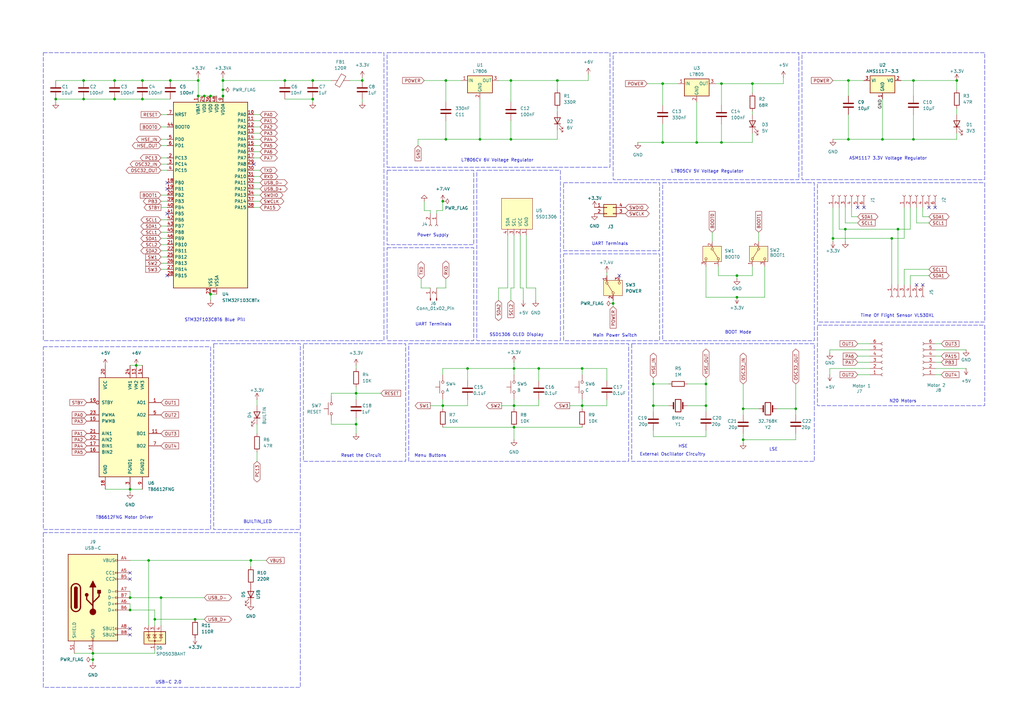
<source format=kicad_sch>
(kicad_sch (version 20231120) (generator "eeschema") (generator_version "8.0")
  (paper "A3")
  (title_block (title "Micromouse Car") (date "2024-08-27") (company "Mazerunners"))
  (junction (at 238.76 166.37))
  (junction (at 196.85 57.15))
  (junction (at 102.87 229.87))
  (junction (at 228.6 33.02))
  (junction (at 341.63 97.79))
  (junction (at 116.84 33.02))
  (junction (at 271.78 58.42))
  (junction (at 66.04 245.11))
  (junction (at 347.98 57.15))
  (junction (at 346.71 93.98))
  (junction (at 347.98 33.02))
  (junction (at 58.42 33.02))
  (junction (at 271.78 34.29))
  (junction (at 210.82 175.26))
  (junction (at 267.97 157.48))
  (junction (at 34.29 40.64))
  (junction (at 80.01 254))
  (junction (at 295.91 58.42))
  (junction (at 209.55 33.02))
  (junction (at 148.59 33.02))
  (junction (at 34.29 33.02))
  (junction (at 91.44 36.83))
  (junction (at 289.56 157.48))
  (junction (at 326.39 167.64))
  (junction (at 238.76 151.13))
  (junction (at 181.61 166.37))
  (junction (at 267.97 166.37))
  (junction (at 86.36 39.37))
  (junction (at 361.95 57.15))
  (junction (at 38.1 267.97))
  (junction (at 91.44 33.02))
  (junction (at 53.34 250.19))
  (junction (at 304.8 167.64))
  (junction (at 374.65 57.15))
  (junction (at 69.85 33.02))
  (junction (at 128.27 40.64))
  (junction (at 46.99 33.02))
  (junction (at 146.05 161.29))
  (junction (at 374.65 33.02))
  (junction (at 285.75 58.42))
  (junction (at 81.28 39.37))
  (junction (at 53.34 245.11))
  (junction (at 365.76 97.79))
  (junction (at 210.82 151.13))
  (junction (at 22.86 40.64))
  (junction (at 220.98 151.13))
  (junction (at 368.3 93.98))
  (junction (at 128.27 33.02))
  (junction (at 55.88 149.86))
  (junction (at 46.99 40.64))
  (junction (at 295.91 34.29))
  (junction (at 191.77 151.13))
  (junction (at 392.43 33.02))
  (junction (at 58.42 40.64))
  (junction (at 210.82 166.37))
  (junction (at 304.8 180.34))
  (junction (at 181.61 82.55))
  (junction (at 91.44 39.37))
  (junction (at 53.34 200.66))
  (junction (at 83.82 39.37))
  (junction (at 63.5 254))
  (junction (at 146.05 173.99))
  (junction (at 209.55 57.15))
  (junction (at 251.46 124.46))
  (junction (at 182.88 33.02))
  (junction (at 302.26 121.92))
  (junction (at 81.28 33.02))
  (junction (at 289.56 166.37))
  (junction (at 308.61 34.29))
  (junction (at 302.26 113.03))
  (junction (at 182.88 57.15))
  (junction (at 60.96 229.87))
  (junction (at 38.1 270.51))
  (junction (at 86.36 120.65))
  (no_connect (at 375.92 116.84))
  (no_connect (at 351.79 85.09))
  (no_connect (at 254 113.03))
  (no_connect (at 68.58 77.47))
  (no_connect (at 68.58 87.63))
  (no_connect (at 53.34 234.95))
  (no_connect (at 53.34 237.49))
  (no_connect (at 53.34 260.35))
  (no_connect (at 354.33 85.09))
  (no_connect (at 53.34 257.81))
  (no_connect (at 104.14 67.31))
  (no_connect (at 68.58 113.03))
  (no_connect (at 68.58 74.93))
  (no_connect (at 383.54 85.09))
  (no_connect (at 378.46 116.84))
  (no_connect (at 381 85.09))
  (wire (pts (xy 210.82 151.13) (xy 210.82 153.67)))
  (wire (pts (xy 308.61 54.61) (xy 308.61 58.42)))
  (wire (pts (xy 340.36 143.51) (xy 356.87 143.51)))
  (wire (pts (xy 347.98 33.02) (xy 347.98 39.37)))
  (wire (pts (xy 135.89 161.29) (xy 146.05 161.29)))
  (wire (pts (xy 214.63 118.11) (xy 214.63 123.19)))
  (wire (pts (xy 46.99 33.02) (xy 58.42 33.02)))
  (wire (pts (xy 63.5 250.19) (xy 53.34 250.19)))
  (wire (pts (xy 326.39 177.8) (xy 326.39 180.34)))
  (wire (pts (xy 248.92 163.83) (xy 248.92 166.37)))
  (wire (pts (xy 295.91 34.29) (xy 308.61 34.29)))
  (wire (pts (xy 361.95 40.64) (xy 361.95 57.15)))
  (wire (pts (xy 66.04 245.11) (xy 53.34 245.11)))
  (wire (pts (xy 271.78 58.42) (xy 285.75 58.42)))
  (wire (pts (xy 46.99 40.64) (xy 58.42 40.64)))
  (wire (pts (xy 106.68 85.09) (xy 104.14 85.09)))
  (wire (pts (xy 53.34 201.93) (xy 53.34 200.66)))
  (wire (pts (xy 295.91 34.29) (xy 295.91 43.18)))
  (wire (pts (xy 356.87 140.97) (xy 351.79 140.97)))
  (wire (pts (xy 238.76 166.37) (xy 233.68 166.37)))
  (wire (pts (xy 105.41 166.37) (xy 105.41 163.83)))
  (wire (pts (xy 60.96 229.87) (xy 102.87 229.87)))
  (wire (pts (xy 66.04 245.11) (xy 83.82 245.11)))
  (wire (pts (xy 241.3 30.48) (xy 241.3 33.02)))
  (wire (pts (xy 304.8 167.64) (xy 311.15 167.64)))
  (wire (pts (xy 66.04 59.69) (xy 68.58 59.69)))
  (wire (pts (xy 374.65 57.15) (xy 392.43 57.15)))
  (wire (pts (xy 22.86 33.02) (xy 34.29 33.02)))
  (wire (pts (xy 181.61 175.26) (xy 210.82 175.26)))
  (wire (pts (xy 91.44 31.75) (xy 91.44 33.02)))
  (wire (pts (xy 285.75 41.91) (xy 285.75 58.42)))
  (wire (pts (xy 204.47 118.11) (xy 204.47 123.19)))
  (wire (pts (xy 344.17 85.09) (xy 344.17 93.98)))
  (wire (pts (xy 347.98 57.15) (xy 361.95 57.15)))
  (wire (pts (xy 392.43 36.83) (xy 392.43 33.02)))
  (wire (pts (xy 148.59 41.91) (xy 148.59 40.64)))
  (wire (pts (xy 374.65 33.02) (xy 369.57 33.02)))
  (wire (pts (xy 340.36 151.13) (xy 356.87 151.13)))
  (wire (pts (xy 321.31 34.29) (xy 308.61 34.29)))
  (wire (pts (xy 220.98 151.13) (xy 238.76 151.13)))
  (wire (pts (xy 63.5 254) (xy 80.01 254)))
  (wire (pts (xy 60.96 229.87) (xy 60.96 256.54)))
  (wire (pts (xy 304.8 167.64) (xy 304.8 170.18)))
  (wire (pts (xy 106.68 59.69) (xy 104.14 59.69)))
  (wire (pts (xy 271.78 34.29) (xy 271.78 43.18)))
  (wire (pts (xy 181.61 151.13) (xy 191.77 151.13)))
  (wire (pts (xy 30.48 267.97) (xy 38.1 267.97)))
  (wire (pts (xy 53.34 250.19) (xy 53.34 247.65)))
  (wire (pts (xy 341.63 33.02) (xy 347.98 33.02)))
  (wire (pts (xy 86.36 39.37) (xy 88.9 39.37)))
  (wire (pts (xy 267.97 179.07) (xy 289.56 179.07)))
  (wire (pts (xy 63.5 250.19) (xy 63.5 254)))
  (wire (pts (xy 66.04 46.99) (xy 68.58 46.99)))
  (wire (pts (xy 182.88 33.02) (xy 182.88 41.91)))
  (wire (pts (xy 248.92 111.76) (xy 248.92 113.03)))
  (wire (pts (xy 38.1 267.97) (xy 63.5 267.97)))
  (wire (pts (xy 281.94 166.37) (xy 289.56 166.37)))
  (wire (pts (xy 228.6 57.15) (xy 228.6 53.34)))
  (wire (pts (xy 106.68 46.99) (xy 104.14 46.99)))
  (wire (pts (xy 81.28 41.91) (xy 88.9 41.91)))
  (wire (pts (xy 271.78 50.8) (xy 271.78 58.42)))
  (wire (pts (xy 308.61 113.03) (xy 308.61 109.22)))
  (wire (pts (xy 308.61 34.29) (xy 308.61 38.1)))
  (wire (pts (xy 228.6 44.45) (xy 228.6 45.72)))
  (wire (pts (xy 128.27 40.64) (xy 116.84 40.64)))
  (wire (pts (xy 91.44 33.02) (xy 116.84 33.02)))
  (wire (pts (xy 381 113.03) (xy 373.38 113.03)))
  (wire (pts (xy 220.98 151.13) (xy 220.98 156.21)))
  (wire (pts (xy 261.62 58.42) (xy 271.78 58.42)))
  (wire (pts (xy 365.76 97.79) (xy 365.76 116.84)))
  (wire (pts (xy 66.04 64.77) (xy 68.58 64.77)))
  (wire (pts (xy 209.55 118.11) (xy 209.55 123.19)))
  (wire (pts (xy 38.1 271.78) (xy 38.1 270.51)))
  (wire (pts (xy 172.72 114.3) (xy 172.72 118.11)))
  (wire (pts (xy 81.28 33.02) (xy 81.28 31.75)))
  (wire (pts (xy 248.92 151.13) (xy 248.92 156.21)))
  (wire (pts (xy 58.42 40.64) (xy 69.85 40.64)))
  (wire (pts (xy 66.04 105.41) (xy 68.58 105.41)))
  (wire (pts (xy 86.36 120.65) (xy 88.9 120.65)))
  (wire (pts (xy 347.98 33.02) (xy 354.33 33.02)))
  (wire (pts (xy 66.04 67.31) (xy 68.58 67.31)))
  (wire (pts (xy 81.28 39.37) (xy 81.28 41.91)))
  (wire (pts (xy 66.04 85.09) (xy 68.58 85.09)))
  (wire (pts (xy 238.76 151.13) (xy 248.92 151.13)))
  (wire (pts (xy 293.37 34.29) (xy 295.91 34.29)))
  (wire (pts (xy 66.04 97.79) (xy 68.58 97.79)))
  (wire (pts (xy 182.88 57.15) (xy 196.85 57.15)))
  (wire (pts (xy 210.82 167.64) (xy 210.82 166.37)))
  (wire (pts (xy 106.68 77.47) (xy 104.14 77.47)))
  (wire (pts (xy 191.77 166.37) (xy 181.61 166.37)))
  (wire (pts (xy 383.54 140.97) (xy 386.08 140.97)))
  (wire (pts (xy 378.46 88.9) (xy 378.46 85.09)))
  (wire (pts (xy 173.99 33.02) (xy 182.88 33.02)))
  (wire (pts (xy 375.92 91.44) (xy 375.92 85.09)))
  (wire (pts (xy 43.18 200.66) (xy 53.34 200.66)))
  (wire (pts (xy 267.97 166.37) (xy 267.97 168.91)))
  (wire (pts (xy 289.56 157.48) (xy 289.56 166.37)))
  (wire (pts (xy 210.82 151.13) (xy 220.98 151.13)))
  (wire (pts (xy 181.61 167.64) (xy 181.61 166.37)))
  (wire (pts (xy 383.54 153.67) (xy 386.08 153.67)))
  (wire (pts (xy 294.64 113.03) (xy 294.64 109.22)))
  (wire (pts (xy 365.76 97.79) (xy 370.84 97.79)))
  (wire (pts (xy 182.88 33.02) (xy 189.23 33.02)))
  (wire (pts (xy 214.63 118.11) (xy 213.36 118.11)))
  (wire (pts (xy 210.82 118.11) (xy 210.82 96.52)))
  (wire (pts (xy 66.04 107.95) (xy 68.58 107.95)))
  (wire (pts (xy 285.75 58.42) (xy 295.91 58.42)))
  (wire (pts (xy 219.71 118.11) (xy 219.71 123.19)))
  (wire (pts (xy 66.04 110.49) (xy 68.58 110.49)))
  (wire (pts (xy 181.61 151.13) (xy 181.61 153.67)))
  (wire (pts (xy 374.65 46.99) (xy 374.65 57.15)))
  (wire (pts (xy 356.87 148.59) (xy 351.79 148.59)))
  (wire (pts (xy 215.9 118.11) (xy 215.9 96.52)))
  (wire (pts (xy 311.15 95.25) (xy 311.15 99.06)))
  (wire (pts (xy 91.44 36.83) (xy 91.44 39.37)))
  (wire (pts (xy 128.27 33.02) (xy 135.89 33.02)))
  (wire (pts (xy 91.44 39.37) (xy 91.44 41.91)))
  (wire (pts (xy 66.04 57.15) (xy 68.58 57.15)))
  (wire (pts (xy 281.94 157.48) (xy 289.56 157.48)))
  (wire (pts (xy 106.68 57.15) (xy 104.14 57.15)))
  (wire (pts (xy 91.44 33.02) (xy 91.44 36.83)))
  (wire (pts (xy 182.88 114.3) (xy 182.88 118.11)))
  (wire (pts (xy 66.04 92.71) (xy 68.58 92.71)))
  (wire (pts (xy 135.89 173.99) (xy 146.05 173.99)))
  (wire (pts (xy 191.77 151.13) (xy 191.77 156.21)))
  (wire (pts (xy 53.34 200.66) (xy 58.42 200.66)))
  (wire (pts (xy 208.28 118.11) (xy 208.28 96.52)))
  (wire (pts (xy 292.1 95.25) (xy 292.1 99.06)))
  (wire (pts (xy 106.68 82.55) (xy 104.14 82.55)))
  (wire (pts (xy 304.8 180.34) (xy 326.39 180.34)))
  (wire (pts (xy 181.61 163.83) (xy 181.61 166.37)))
  (wire (pts (xy 106.68 49.53) (xy 104.14 49.53)))
  (wire (pts (xy 146.05 158.75) (xy 146.05 161.29)))
  (wire (pts (xy 381 88.9) (xy 378.46 88.9)))
  (wire (pts (xy 34.29 40.64) (xy 46.99 40.64)))
  (wire (pts (xy 176.53 86.36) (xy 176.53 87.63)))
  (wire (pts (xy 173.99 82.55) (xy 173.99 86.36)))
  (wire (pts (xy 148.59 31.75) (xy 148.59 33.02)))
  (wire (pts (xy 346.71 93.98) (xy 368.3 93.98)))
  (wire (pts (xy 209.55 33.02) (xy 209.55 41.91)))
  (wire (pts (xy 289.56 109.22) (xy 289.56 121.92)))
  (wire (pts (xy 368.3 93.98) (xy 373.38 93.98)))
  (wire (pts (xy 173.99 86.36) (xy 176.53 86.36)))
  (wire (pts (xy 326.39 167.64) (xy 326.39 170.18)))
  (wire (pts (xy 66.04 90.17) (xy 68.58 90.17)))
  (wire (pts (xy 356.87 146.05) (xy 351.79 146.05)))
  (wire (pts (xy 146.05 161.29) (xy 146.05 163.83)))
  (wire (pts (xy 383.54 143.51) (xy 396.24 143.51)))
  (wire (pts (xy 63.5 267.97) (xy 63.5 266.7)))
  (wire (pts (xy 106.68 80.01) (xy 104.14 80.01)))
  (wire (pts (xy 156.21 161.29) (xy 146.05 161.29)))
  (wire (pts (xy 341.63 97.79) (xy 341.63 99.06)))
  (wire (pts (xy 191.77 151.13) (xy 210.82 151.13)))
  (wire (pts (xy 341.63 57.15) (xy 347.98 57.15)))
  (wire (pts (xy 248.92 166.37) (xy 238.76 166.37)))
  (wire (pts (xy 106.68 64.77) (xy 104.14 64.77)))
  (wire (pts (xy 228.6 33.02) (xy 228.6 36.83)))
  (wire (pts (xy 295.91 50.8) (xy 295.91 58.42)))
  (wire (pts (xy 340.36 144.78) (xy 340.36 143.51)))
  (wire (pts (xy 66.04 95.25) (xy 68.58 95.25)))
  (wire (pts (xy 210.82 175.26) (xy 238.76 175.26)))
  (wire (pts (xy 102.87 232.41) (xy 102.87 229.87)))
  (wire (pts (xy 106.68 72.39) (xy 104.14 72.39)))
  (wire (pts (xy 81.28 33.02) (xy 81.28 39.37)))
  (wire (pts (xy 370.84 85.09) (xy 370.84 97.79)))
  (wire (pts (xy 304.8 181.61) (xy 304.8 180.34)))
  (wire (pts (xy 204.47 118.11) (xy 208.28 118.11)))
  (wire (pts (xy 60.96 229.87) (xy 53.34 229.87)))
  (wire (pts (xy 179.07 86.36) (xy 179.07 87.63)))
  (wire (pts (xy 209.55 57.15) (xy 228.6 57.15)))
  (wire (pts (xy 383.54 151.13) (xy 396.24 151.13)))
  (wire (pts (xy 209.55 49.53) (xy 209.55 57.15)))
  (wire (pts (xy 238.76 167.64) (xy 238.76 166.37)))
  (wire (pts (xy 220.98 163.83) (xy 220.98 166.37)))
  (wire (pts (xy 373.38 85.09) (xy 373.38 93.98)))
  (wire (pts (xy 340.36 151.13) (xy 340.36 153.67)))
  (wire (pts (xy 172.72 118.11) (xy 176.53 118.11)))
  (wire (pts (xy 289.56 176.53) (xy 289.56 179.07)))
  (wire (pts (xy 373.38 113.03) (xy 373.38 116.84)))
  (wire (pts (xy 191.77 163.83) (xy 191.77 166.37)))
  (wire (pts (xy 374.65 57.15) (xy 361.95 57.15)))
  (wire (pts (xy 143.51 33.02) (xy 148.59 33.02)))
  (wire (pts (xy 135.89 173.99) (xy 135.89 172.72)))
  (wire (pts (xy 66.04 52.07) (xy 68.58 52.07)))
  (wire (pts (xy 383.54 148.59) (xy 386.08 148.59)))
  (wire (pts (xy 238.76 163.83) (xy 238.76 166.37)))
  (wire (pts (xy 238.76 151.13) (xy 238.76 153.67)))
  (wire (pts (xy 392.43 46.99) (xy 392.43 44.45)))
  (wire (pts (xy 22.86 41.91) (xy 22.86 40.64)))
  (wire (pts (xy 219.71 118.11) (xy 215.9 118.11)))
  (wire (pts (xy 81.28 39.37) (xy 83.82 39.37)))
  (wire (pts (xy 102.87 229.87) (xy 109.22 229.87)))
  (wire (pts (xy 105.41 177.8) (xy 105.41 173.99)))
  (wire (pts (xy 55.88 149.86) (xy 58.42 149.86)))
  (wire (pts (xy 346.71 93.98) (xy 346.71 99.06)))
  (wire (pts (xy 128.27 33.02) (xy 116.84 33.02)))
  (wire (pts (xy 105.41 189.23) (xy 105.41 185.42)))
  (wire (pts (xy 302.26 113.03) (xy 308.61 113.03)))
  (wire (pts (xy 344.17 93.98) (xy 346.71 93.98)))
  (wire (pts (xy 267.97 157.48) (xy 267.97 166.37)))
  (wire (pts (xy 182.88 118.11) (xy 179.07 118.11)))
  (wire (pts (xy 86.36 123.19) (xy 86.36 120.65)))
  (wire (pts (xy 220.98 166.37) (xy 210.82 166.37)))
  (wire (pts (xy 34.29 33.02) (xy 46.99 33.02)))
  (wire (pts (xy 66.04 69.85) (xy 68.58 69.85)))
  (wire (pts (xy 66.04 102.87) (xy 68.58 102.87)))
  (wire (pts (xy 351.79 88.9) (xy 349.25 88.9)))
  (wire (pts (xy 271.78 34.29) (xy 278.13 34.29)))
  (wire (pts (xy 313.69 121.92) (xy 313.69 109.22)))
  (wire (pts (xy 146.05 149.86) (xy 146.05 151.13)))
  (wire (pts (xy 66.04 82.55) (xy 68.58 82.55)))
  (wire (pts (xy 196.85 57.15) (xy 209.55 57.15)))
  (wire (pts (xy 341.63 85.09) (xy 341.63 97.79)))
  (wire (pts (xy 251.46 123.19) (xy 251.46 124.46)))
  (wire (pts (xy 209.55 33.02) (xy 228.6 33.02)))
  (wire (pts (xy 351.79 91.44) (xy 346.71 91.44)))
  (wire (pts (xy 210.82 163.83) (xy 210.82 166.37)))
  (wire (pts (xy 289.56 154.94) (xy 289.56 157.48)))
  (wire (pts (xy 181.61 166.37) (xy 176.53 166.37)))
  (wire (pts (xy 66.04 100.33) (xy 68.58 100.33)))
  (wire (pts (xy 106.68 62.23) (xy 104.14 62.23)))
  (wire (pts (xy 66.04 245.11) (xy 66.04 256.54)))
  (wire (pts (xy 347.98 46.99) (xy 347.98 57.15)))
  (wire (pts (xy 267.97 176.53) (xy 267.97 179.07)))
  (wire (pts (xy 265.43 34.29) (xy 271.78 34.29)))
  (wire (pts (xy 346.71 91.44) (xy 346.71 85.09)))
  (wire (pts (xy 106.68 74.93) (xy 104.14 74.93)))
  (wire (pts (xy 22.86 40.64) (xy 34.29 40.64)))
  (wire (pts (xy 181.61 86.36) (xy 179.07 86.36)))
  (wire (pts (xy 308.61 45.72) (xy 308.61 46.99)))
  (wire (pts (xy 321.31 31.75) (xy 321.31 34.29)))
  (wire (pts (xy 210.82 148.59) (xy 210.82 151.13)))
  (wire (pts (xy 128.27 41.91) (xy 128.27 40.64)))
  (wire (pts (xy 106.68 52.07) (xy 104.14 52.07)))
  (wire (pts (xy 374.65 33.02) (xy 392.43 33.02)))
  (wire (pts (xy 181.61 82.55) (xy 181.61 86.36)))
  (wire (pts (xy 251.46 124.46) (xy 251.46 125.73)))
  (wire (pts (xy 302.26 114.3) (xy 302.26 113.03)))
  (wire (pts (xy 383.54 146.05) (xy 386.08 146.05)))
  (wire (pts (xy 53.34 245.11) (xy 53.34 242.57)))
  (wire (pts (xy 302.26 121.92) (xy 313.69 121.92)))
  (wire (pts (xy 171.45 59.69) (xy 171.45 57.15)))
  (wire (pts (xy 381 110.49) (xy 370.84 110.49)))
  (wire (pts (xy 106.68 54.61) (xy 104.14 54.61)))
  (wire (pts (xy 295.91 58.42) (xy 308.61 58.42)))
  (wire (pts (xy 81.28 33.02) (xy 69.85 33.02)))
  (wire (pts (xy 80.01 254) (xy 83.82 254)))
  (wire (pts (xy 38.1 270.51) (xy 38.1 267.97)))
  (wire (pts (xy 304.8 157.48) (xy 304.8 167.64)))
  (wire (pts (xy 356.87 153.67) (xy 351.79 153.67)))
  (wire (pts (xy 182.88 57.15) (xy 171.45 57.15)))
  (wire (pts (xy 66.04 80.01) (xy 68.58 80.01)))
  (wire (pts (xy 341.63 97.79) (xy 365.76 97.79)))
  (wire (pts (xy 209.55 118.11) (xy 210.82 118.11)))
  (wire (pts (xy 213.36 118.11) (xy 213.36 96.52)))
  (wire (pts (xy 106.68 69.85) (xy 104.14 69.85)))
  (wire (pts (xy 53.34 149.86) (xy 55.88 149.86)))
  (wire (pts (xy 182.88 49.53) (xy 182.88 57.15)))
  (wire (pts (xy 318.77 167.64) (xy 326.39 167.64)))
  (wire (pts (xy 374.65 33.02) (xy 374.65 39.37)))
  (wire (pts (xy 58.42 33.02) (xy 69.85 33.02)))
  (wire (pts (xy 146.05 177.8) (xy 146.05 173.99)))
  (wire (pts (xy 392.43 57.15) (xy 392.43 54.61)))
  (wire (pts (xy 210.82 166.37) (xy 205.74 166.37)))
  (wire (pts (xy 289.56 166.37) (xy 289.56 168.91)))
  (wire (pts (xy 289.56 121.92) (xy 302.26 121.92)))
  (wire (pts (xy 294.64 113.03) (xy 302.26 113.03)))
  (wire (pts (xy 304.8 177.8) (xy 304.8 180.34)))
  (wire (pts (xy 146.05 171.45) (xy 146.05 173.99)))
  (wire (pts (xy 63.5 254) (xy 63.5 256.54)))
  (wire (pts (xy 135.89 161.29) (xy 135.89 162.56)))
  (wire (pts (xy 326.39 157.48) (xy 326.39 167.64)))
  (wire (pts (xy 241.3 33.02) (xy 228.6 33.02)))
  (wire (pts (xy 368.3 93.98) (xy 368.3 116.84)))
  (wire (pts (xy 210.82 175.26) (xy 210.82 180.34)))
  (wire (pts (xy 274.32 157.48) (xy 267.97 157.48)))
  (wire (pts (xy 196.85 40.64) (xy 196.85 57.15)))
  (wire (pts (xy 204.47 33.02) (xy 209.55 33.02)))
  (wire (pts (xy 370.84 110.49) (xy 370.84 116.84)))
  (wire (pts (xy 267.97 166.37) (xy 274.32 166.37)))
  (wire (pts (xy 267.97 154.94) (xy 267.97 157.48)))
  (wire (pts (xy 381 91.44) (xy 375.92 91.44)))
  (wire (pts (xy 83.82 39.37) (xy 86.36 39.37)))
  (wire (pts (xy 349.25 88.9) (xy 349.25 85.09)))
  (rectangle (start 335.28 74.93) (end 403.86 132.08) (stroke (width 0) (type dash)))
  (rectangle (start 167.64 140.97) (end 257.81 189.23) (stroke (width 0) (type dash)))
  (rectangle (start 328.93 21.59) (end 403.86 73.66) (stroke (width 0) (type dash)))
  (rectangle (start 17.78 21.59) (end 157.48 139.7) (stroke (width 0) (type dash)))
  (rectangle (start 158.75 101.6) (end 194.31 139.7) (stroke (width 0) (type dash)))
  (rectangle (start 231.14 104.14) (end 270.51 139.7) (stroke (width 0) (type dash)))
  (rectangle (start 271.78 74.93) (end 334.01 139.7) (stroke (width 0) (type dash)))
  (rectangle (start 87.63 140.97) (end 123.19 217.17) (stroke (width 0) (type dash)))
  (rectangle (start 158.75 21.59) (end 250.19 68.58) (stroke (width 0) (type dash)))
  (rectangle (start 259.08 140.97) (end 334.01 189.23) (stroke (width 0) (type dash)))
  (rectangle (start 251.46 21.59) (end 327.66 73.66) (stroke (width 0) (type dash)))
  (rectangle (start 195.58 69.85) (end 229.87 139.7) (stroke (width 0) (type dash)))
  (rectangle (start 124.46 140.97) (end 166.37 189.23) (stroke (width 0) (type dash)))
  (rectangle (start 335.28 133.35) (end 403.86 166.37) (stroke (width 0) (type dash)))
  (rectangle (start 17.78 142.24) (end 86.36 217.17) (stroke (width 0) (type dash)))
  (rectangle (start 158.75 69.85) (end 194.31 100.33) (stroke (width 0) (type dash)))
  (rectangle (start 17.78 218.44) (end 123.19 281.94) (stroke (width 0) (type dash)))
  (rectangle (start 231.14 74.93) (end 270.51 102.87) (stroke (width 0) (type dash)))
  (text "Main Power Switch\n" (at 252.222 137.668 0) (effects (font (size 1.27 1.27))))
  (text "Menu Buttons" (at 176.53 186.944 0) (effects (font (size 1.27 1.27))))
  (text "Time Of Flight Sensor VL530XL\n" (at 368.046 129.54 0) (effects (font (size 1.27 1.27))))
  (text "SSD1306 OLED Display\n" (at 211.836 137.414 0) (effects (font (size 1.27 1.27))))
  (text "UART Terminals\n" (at 177.8 133.096 0) (effects (font (size 1.27 1.27))))
  (text "ASM1117 3.3V Voltage Regulator" (at 364.236 65.024 0) (effects (font (size 1.27 1.27))))
  (text "Power Supply " (at 178.054 96.52 0) (effects (font (size 1.27 1.27))))
  (text "LSE\n" (at 317.246 184.404 0) (effects (font (size 1.27 1.27))))
  (text "UART Terminals\n" (at 250.19 100.076 0) (effects (font (size 1.27 1.27))))
  (text "USB-C 2.0" (at 69.088 279.908 0) (effects (font (size 1.27 1.27))))
  (text "STM32F103C8T6 Blue Pill" (exclude_from_sim yes) (at 88.138 131.318 0) (effects (font (size 1.27 1.27))))
  (text "External Oscillator Circuitry" (at 275.844 186.436 0) (effects (font (size 1.27 1.27))))
  (text "BUILTIN_LED\n" (at 105.664 214.122 0) (effects (font (size 1.27 1.27))))
  (text "Reset the Circuit\n" (at 148.082 186.944 0) (effects (font (size 1.27 1.27))))
  (text "L7806CV 6V Voltage Regulator" (at 203.962 65.786 0) (effects (font (size 1.27 1.27))))
  (text "TB6612FNG Motor Driver\n" (at 51.054 212.344 0) (effects (font (size 1.27 1.27))))
  (text "HSE" (at 280.162 183.134 0) (effects (font (size 1.27 1.27))))
  (text "N20 Motors" (at 370.332 164.592 0) (effects (font (size 1.27 1.27))))
  (text "BOOT Mode" (at 302.768 136.398 0) (effects (font (size 1.27 1.27))))
  (text "L7805CV 5V Voltage Regulator" (at 290.068 70.358 0) (effects (font (size 1.27 1.27))))
  (label "GND" (at 361.95 40.64 270))
  (global_label "OSC32_IN" (shape bidirectional) (at 304.8 157.48 90) (property "Intersheetrefs" "${INTERSHEET_REFS}" (effects (hide yes))))
  (global_label "HSE_OUT" (shape bidirectional) (at 66.04 59.69 180) (property "Intersheetrefs" "${INTERSHEET_REFS}" (effects (hide yes))))
  (global_label "SW3" (shape output) (at 233.68 166.37 180) (property "Intersheetrefs" "${INTERSHEET_REFS}" (effects (hide yes))))
  (global_label "PA2" (shape input) (at 35.56 180.34 180) (property "Intersheetrefs" "${INTERSHEET_REFS}" (effects (hide yes))))
  (global_label "PA1" (shape bidirectional) (at 106.68 49.53 0) (property "Intersheetrefs" "${INTERSHEET_REFS}" (effects (hide yes))))
  (global_label "PA15" (shape bidirectional) (at 106.68 85.09 0) (property "Intersheetrefs" "${INTERSHEET_REFS}" (effects (hide yes))))
  (global_label "PA4" (shape bidirectional) (at 106.68 57.15 0) (property "Intersheetrefs" "${INTERSHEET_REFS}" (effects (hide yes))))
  (global_label "USB_D+" (shape bidirectional) (at 83.82 254 0) (property "Intersheetrefs" "${INTERSHEET_REFS}" (effects (hide yes))))
  (global_label "OUT2" (shape input) (at 351.79 153.67 180) (property "Intersheetrefs" "${INTERSHEET_REFS}" (effects (hide yes))))
  (global_label "SCL1" (shape bidirectional) (at 66.04 95.25 180) (property "Intersheetrefs" "${INTERSHEET_REFS}" (effects (hide yes))))
  (global_label "OSC32_OUT" (shape bidirectional) (at 66.04 69.85 180) (property "Intersheetrefs" "${INTERSHEET_REFS}" (effects (hide yes))))
  (global_label "SCL1" (shape input) (at 351.79 91.44 0) (property "Intersheetrefs" "${INTERSHEET_REFS}" (effects (hide yes))))
  (global_label "PA0" (shape bidirectional) (at 106.68 46.99 0) (property "Intersheetrefs" "${INTERSHEET_REFS}" (effects (hide yes))))
  (global_label "SW1" (shape output) (at 176.53 166.37 180) (property "Intersheetrefs" "${INTERSHEET_REFS}" (effects (hide yes))))
  (global_label "SWCLK" (shape bidirectional) (at 106.68 82.55 0) (property "Intersheetrefs" "${INTERSHEET_REFS}" (effects (hide yes))))
  (global_label "RESET" (shape input) (at 66.04 46.99 180) (property "Intersheetrefs" "${INTERSHEET_REFS}" (effects (hide yes))))
  (global_label "POWER" (shape input) (at 265.43 34.29 180) (property "Intersheetrefs" "${INTERSHEET_REFS}" (effects (hide yes))))
  (global_label "SCL1" (shape input) (at 381 110.49 0) (property "Intersheetrefs" "${INTERSHEET_REFS}" (effects (hide yes))))
  (global_label "PA3" (shape input) (at 35.56 172.72 180) (property "Intersheetrefs" "${INTERSHEET_REFS}" (effects (hide yes))))
  (global_label "SW3" (shape input) (at 66.04 110.49 180) (property "Intersheetrefs" "${INTERSHEET_REFS}" (effects (hide yes))))
  (global_label "SCL1" (shape bidirectional) (at 66.04 90.17 180) (property "Intersheetrefs" "${INTERSHEET_REFS}" (effects (hide yes))))
  (global_label "USB_D+" (shape bidirectional) (at 106.68 77.47 0) (property "Intersheetrefs" "${INTERSHEET_REFS}" (effects (hide yes))))
  (global_label "HSE_OUT" (shape bidirectional) (at 289.56 154.94 90) (property "Intersheetrefs" "${INTERSHEET_REFS}" (effects (hide yes))))
  (global_label "PA4" (shape input) (at 35.56 182.88 180) (property "Intersheetrefs" "${INTERSHEET_REFS}" (effects (hide yes))))
  (global_label "POWER" (shape input) (at 251.46 125.73 270) (property "Intersheetrefs" "${INTERSHEET_REFS}" (effects (hide yes))))
  (global_label "PA7" (shape bidirectional) (at 106.68 64.77 0) (property "Intersheetrefs" "${INTERSHEET_REFS}" (effects (hide yes))))
  (global_label "PB3" (shape bidirectional) (at 66.04 82.55 180) (property "Intersheetrefs" "${INTERSHEET_REFS}" (effects (hide yes))))
  (global_label "SDA1" (shape bidirectional) (at 66.04 92.71 180) (property "Intersheetrefs" "${INTERSHEET_REFS}" (effects (hide yes))))
  (global_label "OUT2" (shape input) (at 66.04 170.18 0) (property "Intersheetrefs" "${INTERSHEET_REFS}" (effects (hide yes))))
  (global_label "PA5" (shape input) (at 35.56 185.42 180) (property "Intersheetrefs" "${INTERSHEET_REFS}" (effects (hide yes))))
  (global_label "SWDIO" (shape bidirectional) (at 256.54 85.09 0) (property "Intersheetrefs" "${INTERSHEET_REFS}" (effects (hide yes))))
  (global_label "PA5" (shape bidirectional) (at 106.68 59.69 0) (property "Intersheetrefs" "${INTERSHEET_REFS}" (effects (hide yes))))
  (global_label "HSE_IN" (shape bidirectional) (at 66.04 57.15 180) (property "Intersheetrefs" "${INTERSHEET_REFS}" (effects (hide yes))))
  (global_label "PA6" (shape input) (at 351.79 146.05 180) (property "Intersheetrefs" "${INTERSHEET_REFS}" (effects (hide yes))))
  (global_label "OUT3" (shape input) (at 66.04 177.8 0) (property "Intersheetrefs" "${INTERSHEET_REFS}" (effects (hide yes))))
  (global_label "PC13" (shape bidirectional) (at 66.04 64.77 180) (property "Intersheetrefs" "${INTERSHEET_REFS}" (effects (hide yes))))
  (global_label "SDA1" (shape bidirectional) (at 381 88.9 0) (property "Intersheetrefs" "${INTERSHEET_REFS}" (effects (hide yes))))
  (global_label "OUT1" (shape input) (at 66.04 165.1 0) (property "Intersheetrefs" "${INTERSHEET_REFS}" (effects (hide yes))))
  (global_label "SW1" (shape input) (at 66.04 105.41 180) (property "Intersheetrefs" "${INTERSHEET_REFS}" (effects (hide yes))))
  (global_label "SDA1" (shape bidirectional) (at 381 113.03 0) (property "Intersheetrefs" "${INTERSHEET_REFS}" (effects (hide yes))))
  (global_label "SWDIO" (shape bidirectional) (at 106.68 80.01 0) (property "Intersheetrefs" "${INTERSHEET_REFS}" (effects (hide yes))))
  (global_label "BOOT1" (shape input) (at 66.04 80.01 180) (property "Intersheetrefs" "${INTERSHEET_REFS}" (effects (hide yes))))
  (global_label "SW2" (shape output) (at 205.74 166.37 180) (property "Intersheetrefs" "${INTERSHEET_REFS}" (effects (hide yes))))
  (global_label "HSE_IN" (shape bidirectional) (at 267.97 154.94 90) (property "Intersheetrefs" "${INTERSHEET_REFS}" (effects (hide yes))))
  (global_label "OUT4" (shape input) (at 66.04 182.88 0) (property "Intersheetrefs" "${INTERSHEET_REFS}" (effects (hide yes))))
  (global_label "PA3" (shape bidirectional) (at 106.68 54.61 0) (property "Intersheetrefs" "${INTERSHEET_REFS}" (effects (hide yes))))
  (global_label "BOOT0" (shape input) (at 66.04 52.07 180) (property "Intersheetrefs" "${INTERSHEET_REFS}" (effects (hide yes))))
  (global_label "OSC32_OUT" (shape bidirectional) (at 326.39 157.48 90) (property "Intersheetrefs" "${INTERSHEET_REFS}" (effects (hide yes))))
  (global_label "STBY" (shape output) (at 66.04 85.09 180) (property "Intersheetrefs" "${INTERSHEET_REFS}" (effects (hide yes))))
  (global_label "STBY" (shape input) (at 35.56 165.1 180) (property "Intersheetrefs" "${INTERSHEET_REFS}" (effects (hide yes))))
  (global_label "POWER" (shape input) (at 341.63 33.02 180) (property "Intersheetrefs" "${INTERSHEET_REFS}" (effects (hide yes))))
  (global_label "SW2" (shape input) (at 66.04 107.95 180) (property "Intersheetrefs" "${INTERSHEET_REFS}" (effects (hide yes))))
  (global_label "SCL2" (shape bidirectional) (at 66.04 100.33 180) (property "Intersheetrefs" "${INTERSHEET_REFS}" (effects (hide yes))))
  (global_label "RESET" (shape input) (at 156.21 161.29 0) (property "Intersheetrefs" "${INTERSHEET_REFS}" (effects (hide yes))))
  (global_label "SDA2" (shape bidirectional) (at 204.47 123.19 270) (property "Intersheetrefs" "${INTERSHEET_REFS}" (effects (hide yes))))
  (global_label "SDA1" (shape bidirectional) (at 351.79 88.9 0) (property "Intersheetrefs" "${INTERSHEET_REFS}" (effects (hide yes))))
  (global_label "OSC32_IN" (shape bidirectional) (at 66.04 67.31 180) (property "Intersheetrefs" "${INTERSHEET_REFS}" (effects (hide yes))))
  (global_label "PA0" (shape input) (at 35.56 170.18 180) (property "Intersheetrefs" "${INTERSHEET_REFS}" (effects (hide yes))))
  (global_label "OUT1" (shape input) (at 351.79 140.97 180) (property "Intersheetrefs" "${INTERSHEET_REFS}" (effects (hide yes))))
  (global_label "SDA1" (shape bidirectional) (at 66.04 97.79 180) (property "Intersheetrefs" "${INTERSHEET_REFS}" (effects (hide yes))))
  (global_label "SDA2" (shape bidirectional) (at 66.04 102.87 180) (property "Intersheetrefs" "${INTERSHEET_REFS}" (effects (hide yes))))
  (global_label "SCL2" (shape input) (at 209.55 123.19 270) (property "Intersheetrefs" "${INTERSHEET_REFS}" (effects (hide yes))))
  (global_label "PA7" (shape input) (at 351.79 148.59 180) (property "Intersheetrefs" "${INTERSHEET_REFS}" (effects (hide yes))))
  (global_label "RXD" (shape bidirectional) (at 182.88 114.3 90) (property "Intersheetrefs" "${INTERSHEET_REFS}" (effects (hide yes))))
  (global_label "BOOT0" (shape input) (at 292.1 95.25 90) (property "Intersheetrefs" "${INTERSHEET_REFS}" (effects (hide yes))))
  (global_label "OUT3" (shape input) (at 386.08 140.97 0) (property "Intersheetrefs" "${INTERSHEET_REFS}" (effects (hide yes))))
  (global_label "GND" (shape input) (at 171.45 59.69 270) (property "Intersheetrefs" "${INTERSHEET_REFS}" (effects (hide yes))))
  (global_label "VBUS" (shape input) (at 109.22 229.87 0) (property "Intersheetrefs" "${INTERSHEET_REFS}" (effects (hide yes))))
  (global_label "TXD" (shape bidirectional) (at 106.68 69.85 0) (property "Intersheetrefs" "${INTERSHEET_REFS}" (effects (hide yes))))
  (global_label "SWCLK" (shape bidirectional) (at 256.54 87.63 0) (property "Intersheetrefs" "${INTERSHEET_REFS}" (effects (hide yes))))
  (global_label "PA1" (shape input) (at 35.56 177.8 180) (property "Intersheetrefs" "${INTERSHEET_REFS}" (effects (hide yes))))
  (global_label "POWER" (shape input) (at 173.99 33.02 180) (property "Intersheetrefs" "${INTERSHEET_REFS}" (effects (hide yes))))
  (global_label "PA2" (shape bidirectional) (at 106.68 52.07 0) (property "Intersheetrefs" "${INTERSHEET_REFS}" (effects (hide yes))))
  (global_label "TXD" (shape bidirectional) (at 172.72 114.3 90) (property "Intersheetrefs" "${INTERSHEET_REFS}" (effects (hide yes))))
  (global_label "SCL1" (shape input) (at 381 91.44 0) (property "Intersheetrefs" "${INTERSHEET_REFS}" (effects (hide yes))))
  (global_label "BOOT1" (shape input) (at 311.15 95.25 90) (property "Intersheetrefs" "${INTERSHEET_REFS}" (effects (hide yes))))
  (global_label "PC13" (shape bidirectional) (at 105.41 189.23 270) (property "Intersheetrefs" "${INTERSHEET_REFS}" (effects (hide yes))))
  (global_label "RXD" (shape bidirectional) (at 106.68 72.39 0) (property "Intersheetrefs" "${INTERSHEET_REFS}" (effects (hide yes))))
  (global_label "PA15" (shape input) (at 386.08 146.05 0) (property "Intersheetrefs" "${INTERSHEET_REFS}" (effects (hide yes))))
  (global_label "USB_D-" (shape bidirectional) (at 83.82 245.11 0) (property "Intersheetrefs" "${INTERSHEET_REFS}" (effects (hide yes))))
  (global_label "PB3" (shape input) (at 386.08 148.59 0) (property "Intersheetrefs" "${INTERSHEET_REFS}" (effects (hide yes))))
  (global_label "USB_D-" (shape bidirectional) (at 106.68 74.93 0) (property "Intersheetrefs" "${INTERSHEET_REFS}" (effects (hide yes))))
  (global_label "OUT4" (shape input) (at 386.08 153.67 0) (property "Intersheetrefs" "${INTERSHEET_REFS}" (effects (hide yes))))
  (global_label "PA6" (shape bidirectional) (at 106.68 62.23 0) (property "Intersheetrefs" "${INTERSHEET_REFS}" (effects (hide yes))))
  (symbol (lib_id "Device:C") (at 374.65 43.18 0) (unit 1)
    (property "Reference" "C10" (at 378.46 41.9099 0) (effects (justify left)))
    (property "Value" "10µF" (at 378.46 44.4499 0) (effects (justify left)))
    (property "Footprint" "Capacitor_SMD:C_0805_2012Metric_Pad1.18x1.45mm_HandSolder" (effects (hide yes)))
    (property "Description" "Unpolarized capacitor" (effects (hide yes)))
  )
  (symbol (lib_id "Connector_Generic:Conn_02x02_Counter_Clockwise") (at 248.92 85.09 0) (unit 1)
    (property "Reference" "J3" (at 250.444 92.964 0))
    (property "Value" "Conn_02x02_Counter_Clockwise" (effects (hide yes)))
    (property "Footprint" "Connector_PinHeader_2.54mm:PinHeader_2x02_P2.54mm_Vertical" (effects (hide yes)))
    (property "Description" "Generic connector, double row, 02x02, counter clockwise pin numbering scheme (similar to DIP package numbering), script generated (kicad-library-utils/schlib/autogen/connector/)" (effects (hide yes)))
  )
  (symbol (lib_id "Device:C") (at 34.29 36.83 0) (unit 1)
    (property "Reference" "C2" (at 36.83 35.56 0) (effects (justify left)))
    (property "Value" "100nF" (at 36.576 38.1 0) (effects (justify left)))
    (property "Footprint" "Capacitor_SMD:C_0805_2012Metric_Pad1.18x1.45mm_HandSolder" (effects (hide yes)))
    (property "Description" "Unpolarized capacitor" (effects (hide yes)))
  )
  (symbol (lib_id "power:GND") (at 210.82 180.34 0) (unit 1)
    (property "Reference" "#PWR034" (effects (hide yes)))
    (property "Value" "GND" (at 210.82 185.42 0))
    (property "Description" "Power symbol creates a global label with name \"GND\" , ground" (effects (hide yes)))
  )
  (symbol (lib_id "power:GND") (at 261.62 58.42 0) (unit 1)
    (property "Reference" "#PWR011" (effects (hide yes)))
    (property "Value" "GND" (at 261.62 63.5 0))
    (property "Description" "Power symbol creates a global label with name \"GND\" , ground" (effects (hide yes)))
  )
  (symbol (lib_id "Switch:SW_Push") (at 181.61 158.75 90) (unit 1)
    (property "Reference" "SW4" (at 182.88 157.4799 90) (effects (justify right)))
    (property "Value" "A" (at 182.88 160.0199 90) (effects (justify right)))
    (property "Footprint" "Button_Switch_THT:SW_PUSH_6mm_H13mm" (effects (hide yes)))
    (property "Description" "Push button switch, generic, two pins" (effects (hide yes)))
  )
  (symbol (lib_id "Device:R") (at 105.41 181.61 0) (unit 1)
    (property "Reference" "R6" (at 107.95 180.3399 0) (effects (justify left)))
    (property "Value" "47R" (at 107.95 182.8799 0) (effects (justify left)))
    (property "Footprint" "Resistor_SMD:R_0805_2012Metric_Pad1.20x1.40mm_HandSolder" (effects (hide yes)))
    (property "Description" "Resistor" (effects (hide yes)))
  )
  (symbol (lib_id "power:+3.3V") (at 392.43 33.02 0) (unit 1)
    (property "Reference" "#PWR06" (effects (hide yes)))
    (property "Value" "+3.3V" (at 392.43 29.21 0))
    (property "Description" "Power symbol creates a global label with name \"+3.3V\"" (effects (hide yes)))
  )
  (symbol (lib_id "power:+5V") (at 340.36 153.67 180) (unit 1)
    (property "Reference" "#PWR032" (effects (hide yes)))
    (property "Value" "+5V" (at 340.36 158.75 0))
    (property "Description" "Power symbol creates a global label with name \"+5V\"" (effects (hide yes)))
  )
  (symbol (lib_id "power:+6V") (at 241.3 30.48 0) (unit 1)
    (property "Reference" "#PWR01" (effects (hide yes)))
    (property "Value" "+6V" (at 241.3 25.4 0))
    (property "Description" "Power symbol creates a global label with name \"+6V\"" (effects (hide yes)))
  )
  (symbol (lib_id "Switch:SW_SPDT") (at 251.46 118.11 90) (unit 1)
    (property "Reference" "SW3" (at 256.54 116.8399 90) (effects (justify right)))
    (property "Value" "POWER" (at 256.54 119.3799 90) (effects (justify right)))
    (property "Footprint" "Button_Switch_THT:SW_Slide_SPDT_Straight_CK_OS102011MS2Q" (effects (hide yes)))
    (property "Description" "Switch, single pole double throw" (effects (hide yes)))
  )
  (symbol (lib_id "Device:R") (at 392.43 40.64 0) (unit 1)
    (property "Reference" "R3" (at 394.97 39.3699 0) (effects (justify left)))
    (property "Value" "47R" (at 394.97 41.9099 0) (effects (justify left)))
    (property "Footprint" "Resistor_SMD:R_0805_2012Metric_Pad1.20x1.40mm_HandSolder" (effects (hide yes)))
    (property "Description" "Resistor" (effects (hide yes)))
  )
  (symbol (lib_id "Device:C") (at 182.88 45.72 0) (mirror x) (unit 1)
    (property "Reference" "C11" (at 186.69 46.9901 0) (effects (justify left)))
    (property "Value" "330nF" (at 186.69 44.4501 0) (effects (justify left)))
    (property "Footprint" "Capacitor_SMD:C_0805_2012Metric_Pad1.18x1.45mm_HandSolder" (effects (hide yes)))
    (property "Description" "Unpolarized capacitor" (effects (hide yes)))
  )
  (symbol (lib_id "Connector:Conn_01x06_Socket") (at 346.71 80.01 90) (unit 1)
    (property "Reference" "J1" (at 357.886 82.042 0))
    (property "Value" "TOF1" (effects (hide yes)))
    (property "Footprint" "Connector_PinSocket_2.54mm:PinSocket_1x06_P2.54mm_Vertical" (effects (hide yes)))
    (property "Description" "Generic connector, single row, 01x06, script generated" (effects (hide yes)))
  )
  (symbol (lib_id "Connector:Conn_01x06_Socket") (at 361.95 148.59 0) (mirror x) (unit 1)
    (property "Reference" "J7" (at 351.282 160.528 0) (effects (justify left)))
    (property "Value" "Motor 1" (at 349.504 158.242 0) (effects (justify left)))
    (property "Footprint" "Connector_JST:JST_XH_B6B-XH-A_1x06_P2.50mm_Vertical" (effects (hide yes)))
    (property "Description" "Generic connector, single row, 01x06, script generated" (effects (hide yes)))
  )
  (symbol (lib_id "power:PWR_FLAG") (at 181.61 82.55 270) (unit 1)
    (property "Reference" "#FLG02" (effects (hide yes)))
    (property "Value" "PWR_FLAG" (at 182.372 85.344 90) (effects (justify left)))
    (property "Description" "Special symbol for telling ERC where power comes from" (effects (hide yes)))
  )
  (symbol (lib_id "Device:R") (at 80.01 257.81 180) (unit 1)
    (property "Reference" "R11" (at 82.55 256.5399 0) (effects (justify right)))
    (property "Value" "110R" (at 82.55 259.0799 0) (effects (justify right)))
    (property "Footprint" "Resistor_SMD:R_0805_2012Metric_Pad1.20x1.40mm_HandSolder" (effects (hide yes)))
    (property "Description" "Resistor" (effects (hide yes)))
  )
  (symbol (lib_id "Device:C") (at 271.78 46.99 0) (unit 1)
    (property "Reference" "C13" (at 275.59 45.7199 0) (effects (justify left)))
    (property "Value" "330nF" (at 275.59 48.2599 0) (effects (justify left)))
    (property "Footprint" "Capacitor_SMD:C_0805_2012Metric_Pad1.18x1.45mm_HandSolder" (effects (hide yes)))
    (property "Description" "Unpolarized capacitor" (effects (hide yes)))
  )
  (symbol (lib_id "power:GND") (at 396.24 143.51 0) (unit 1)
    (property "Reference" "#PWR024" (effects (hide yes)))
    (property "Value" "GND" (at 396.24 147.574 0))
    (property "Description" "Power symbol creates a global label with name \"GND\" , ground" (effects (hide yes)))
  )
  (symbol (lib_id "power:+5V") (at 43.18 149.86 0) (unit 1)
    (property "Reference" "#PWR028" (effects (hide yes)))
    (property "Value" "+5V" (at 43.18 144.78 0))
    (property "Description" "Power symbol creates a global label with name \"+5V\"" (effects (hide yes)))
  )
  (symbol (lib_id "Device:C") (at 128.27 36.83 0) (unit 1)
    (property "Reference" "C7" (at 130.81 35.56 0) (effects (justify left)))
    (property "Value" "1uF" (at 130.556 38.1 0) (effects (justify left)))
    (property "Footprint" "Capacitor_SMD:C_0805_2012Metric_Pad1.18x1.45mm_HandSolder" (effects (hide yes)))
    (property "Description" "Unpolarized capacitor" (effects (hide yes)))
  )
  (symbol (lib_id "Device:C") (at 191.77 160.02 0) (unit 1)
    (property "Reference" "C15" (at 194.31 158.75 0) (effects (justify left)))
    (property "Value" "0.1uF" (at 194.056 161.29 0) (effects (justify left)))
    (property "Footprint" "Capacitor_SMD:C_0805_2012Metric_Pad1.18x1.45mm_HandSolder" (effects (hide yes)))
    (property "Description" "Unpolarized capacitor" (effects (hide yes)))
  )
  (symbol (lib_id "power:GND") (at 22.86 41.91 0) (unit 1)
    (property "Reference" "#PWR07" (effects (hide yes)))
    (property "Value" "GND" (effects (hide yes)))
    (property "Description" "Power symbol creates a global label with name \"GND\" , ground" (effects (hide yes)))
  )
  (symbol (lib_id "Device:C") (at 46.99 36.83 0) (unit 1)
    (property "Reference" "C3" (at 49.53 35.56 0) (effects (justify left)))
    (property "Value" "100nF" (at 49.276 38.1 0) (effects (justify left)))
    (property "Footprint" "Capacitor_SMD:C_0805_2012Metric_Pad1.18x1.45mm_HandSolder" (effects (hide yes)))
    (property "Description" "Unpolarized capacitor" (effects (hide yes)))
  )
  (symbol (lib_id "Device:LED") (at 102.87 243.84 270) (mirror x) (unit 1)
    (property "Reference" "D5" (at 99.822 243.84 0))
    (property "Value" "USB" (at 105.918 243.84 0))
    (property "Footprint" "LED_SMD:LED_0805_2012Metric_Pad1.15x1.40mm_HandSolder" (effects (hide yes)))
    (property "Description" "Light emitting diode" (effects (hide yes)))
  )
  (symbol (lib_id "power:+5V") (at 214.63 123.19 180) (unit 1)
    (property "Reference" "#PWR016" (effects (hide yes)))
    (property "Value" "+5V" (at 214.63 128.27 0))
    (property "Description" "Power symbol creates a global label with name \"+5V\"" (effects (hide yes)))
  )
  (symbol (lib_id "Device:C") (at 146.05 167.64 0) (unit 1)
    (property "Reference" "C18" (at 148.59 166.37 0) (effects (justify left)))
    (property "Value" "1uF" (at 148.336 168.91 0) (effects (justify left)))
    (property "Footprint" "Capacitor_SMD:C_0805_2012Metric_Pad1.18x1.45mm_HandSolder" (effects (hide yes)))
    (property "Description" "Unpolarized capacitor" (effects (hide yes)))
  )
  (symbol (lib_id "power:+3.3V") (at 146.05 149.86 0) (unit 1)
    (property "Reference" "#PWR030" (effects (hide yes)))
    (property "Value" "+3.3V" (at 146.05 144.78 0))
    (property "Description" "Power symbol creates a global label with name \"+3.3V\"" (effects (hide yes)))
  )
  (symbol (lib_id "Device:C") (at 220.98 160.02 0) (unit 1)
    (property "Reference" "C16" (at 223.52 158.75 0) (effects (justify left)))
    (property "Value" "0.1uF" (at 223.266 161.29 0) (effects (justify left)))
    (property "Footprint" "Capacitor_SMD:C_0805_2012Metric_Pad1.18x1.45mm_HandSolder" (effects (hide yes)))
    (property "Description" "Unpolarized capacitor" (effects (hide yes)))
  )
  (symbol (lib_id "power:GND") (at 38.1 271.78 0) (unit 1)
    (property "Reference" "#PWR039" (effects (hide yes)))
    (property "Value" "GND" (at 38.1 276.86 0))
    (property "Description" "Power symbol creates a global label with name \"GND\" , ground" (effects (hide yes)))
  )
  (symbol (lib_id "power:+3.3VA") (at 91.44 31.75 0) (unit 1)
    (property "Reference" "#PWR03" (effects (hide yes)))
    (property "Value" "+3.3VA" (at 91.44 27.94 0))
    (property "Description" "Power symbol creates a global label with name \"+3.3VA\"" (effects (hide yes)))
  )
  (symbol (lib_id "Device:R") (at 210.82 171.45 0) (unit 1)
    (property "Reference" "R8" (at 213.36 170.1799 0) (effects (justify left)))
    (property "Value" "10K" (at 213.36 172.7199 0) (effects (justify left)))
    (property "Footprint" "Resistor_SMD:R_0805_2012Metric_Pad1.20x1.40mm_HandSolder" (effects (hide yes)))
    (property "Description" "Resistor" (effects (hide yes)))
  )
  (symbol (lib_id "Connector:Conn_01x06_Socket") (at 375.92 80.01 90) (unit 1)
    (property "Reference" "J2" (at 387.096 82.042 0))
    (property "Value" "TOF1" (effects (hide yes)))
    (property "Footprint" "Connector_PinSocket_2.54mm:PinSocket_1x06_P2.54mm_Vertical" (effects (hide yes)))
    (property "Description" "Generic connector, single row, 01x06, script generated" (effects (hide yes)))
  )
  (symbol (lib_id "power:GND") (at 304.8 181.61 0) (unit 1)
    (property "Reference" "#PWR035" (effects (hide yes)))
    (property "Value" "GND" (effects (hide yes)))
    (property "Description" "Power symbol creates a global label with name \"GND\" , ground" (effects (hide yes)))
  )
  (symbol (lib_id "power:GND") (at 86.36 123.19 0) (unit 1)
    (property "Reference" "#PWR023" (effects (hide yes)))
    (property "Value" "GND" (effects (hide yes)))
    (property "Description" "Power symbol creates a global label with name \"GND\" , ground" (effects (hide yes)))
  )
  (symbol (lib_id "Device:C") (at 69.85 36.83 0) (unit 1)
    (property "Reference" "C5" (at 73.66 35.5599 0) (effects (justify left)))
    (property "Value" "100nF" (at 73.66 38.0999 0) (effects (justify left)))
    (property "Footprint" "Capacitor_SMD:C_0805_2012Metric_Pad1.18x1.45mm_HandSolder" (effects (hide yes)))
    (property "Description" "Unpolarized capacitor" (effects (hide yes)))
  )
  (symbol (lib_id "power:PWR_FLAG") (at 38.1 270.51 90) (unit 1)
    (property "Reference" "#FLG04" (effects (hide yes)))
    (property "Value" "PWR_FLAG" (at 34.29 270.5099 90) (effects (justify left)))
    (property "Description" "Special symbol for telling ERC where power comes from" (effects (hide yes)))
  )
  (symbol (lib_id "Device:C") (at 304.8 173.99 0) (mirror y) (unit 1)
    (property "Reference" "C21" (at 302.26 172.72 0) (effects (justify left)))
    (property "Value" "20p" (at 302.514 175.26 0) (effects (justify left)))
    (property "Footprint" "Capacitor_SMD:C_0805_2012Metric_Pad1.18x1.45mm_HandSolder" (effects (hide yes)))
    (property "Description" "Unpolarized capacitor" (effects (hide yes)))
  )
  (symbol (lib_id "power:+3.3V") (at 243.84 85.09 0) (unit 1)
    (property "Reference" "#PWR014" (effects (hide yes)))
    (property "Value" "+3.3V" (at 243.84 81.28 0))
    (property "Description" "Power symbol creates a global label with name \"+3.3V\"" (effects (hide yes)))
  )
  (symbol (lib_id "Device:LED") (at 392.43 50.8 90) (unit 1)
    (property "Reference" "D1" (at 396.24 51.1174 90) (effects (justify right)))
    (property "Value" "3V3" (at 396.24 53.6574 90) (effects (justify right)))
    (property "Footprint" "LED_SMD:LED_0805_2012Metric_Pad1.15x1.40mm_HandSolder" (effects (hide yes)))
    (property "Description" "Light emitting diode" (effects (hide yes)))
  )
  (symbol (lib_id "Device:LED") (at 308.61 50.8 90) (unit 1)
    (property "Reference" "D3" (at 312.42 51.1174 90) (effects (justify right)))
    (property "Value" "5V" (at 312.42 53.6574 90) (effects (justify right)))
    (property "Footprint" "LED_SMD:LED_0805_2012Metric_Pad1.15x1.40mm_HandSolder" (effects (hide yes)))
    (property "Description" "Light emitting diode" (effects (hide yes)))
  )
  (symbol (lib_id "Device:R") (at 102.87 236.22 0) (unit 1)
    (property "Reference" "R10" (at 105.41 234.9499 0) (effects (justify left)))
    (property "Value" "220R" (at 105.41 237.4899 0) (effects (justify left)))
    (property "Footprint" "Resistor_SMD:R_0805_2012Metric_Pad1.20x1.40mm_HandSolder" (effects (hide yes)))
    (property "Description" "Resistor" (effects (hide yes)))
  )
  (symbol (lib_id "power:GND") (at 219.71 123.19 0) (unit 1)
    (property "Reference" "#PWR017" (effects (hide yes)))
    (property "Value" "GND" (at 219.71 128.27 0))
    (property "Description" "Power symbol creates a global label with name \"GND\" , ground" (effects (hide yes)))
  )
  (symbol (lib_id "Device:R") (at 308.61 41.91 0) (unit 1)
    (property "Reference" "R2" (at 311.15 40.6399 0) (effects (justify left)))
    (property "Value" "68R" (at 311.15 43.1799 0) (effects (justify left)))
    (property "Footprint" "Resistor_SMD:R_0805_2012Metric_Pad1.20x1.40mm_HandSolder" (effects (hide yes)))
    (property "Description" "Resistor" (effects (hide yes)))
  )
  (symbol (lib_id "Device:Crystal") (at 314.96 167.64 0) (mirror x) (unit 1)
    (property "Reference" "Y2" (at 314.96 175.26 0))
    (property "Value" "32.768K" (at 314.96 172.72 0))
    (property "Footprint" "Custom:XTAL_ABS07-32.768KHZ-T" (effects (hide yes)))
    (property "Description" "Two pin crystal" (effects (hide yes)))
  )
  (symbol (lib_id "power:GND") (at 146.05 177.8 0) (unit 1)
    (property "Reference" "#PWR033" (effects (hide yes)))
    (property "Value" "GND" (effects (hide yes)))
    (property "Description" "Power symbol creates a global label with name \"GND\" , ground" (effects (hide yes)))
  )
  (symbol (lib_id "Device:FerriteBead") (at 139.7 33.02 90) (unit 1)
    (property "Reference" "FB1" (at 139.6492 25.4 90))
    (property "Value" "120R" (at 139.6492 27.94 90))
    (property "Footprint" "Inductor_SMD:L_0805_2012Metric" (effects (hide yes)))
    (property "Description" "Ferrite bead" (effects (hide yes)))
  )
  (symbol (lib_id "Connector:Conn_01x02_Pin") (at 176.53 123.19 90) (unit 1)
    (property "Reference" "J6" (at 176.53 124.46 90) (effects (justify right)))
    (property "Value" "Conn_01x02_Pin" (at 170.688 126.492 90) (effects (justify right)))
    (property "Footprint" "Connector_PinHeader_2.54mm:PinHeader_1x02_P2.54mm_Vertical" (effects (hide yes)))
    (property "Description" "Generic connector, single row, 01x02, script generated" (effects (hide yes)))
  )
  (symbol (lib_id "Switch:SW_SPDT") (at 311.15 104.14 90) (mirror x) (unit 1)
    (property "Reference" "SW2" (at 319.786 102.616 90) (effects (justify left)))
    (property "Value" "BOOT1" (at 322.072 104.648 90) (effects (justify left)))
    (property "Footprint" "Button_Switch_THT:SW_Slide_SPDT_Straight_CK_OS102011MS2Q" (effects (hide yes)))
    (property "Description" "Switch, single pole double throw" (effects (hide yes)))
  )
  (symbol (lib_id "Device:C") (at 58.42 36.83 0) (unit 1)
    (property "Reference" "C4" (at 60.96 35.56 0) (effects (justify left)))
    (property "Value" "100nF" (at 60.706 38.1 0) (effects (justify left)))
    (property "Footprint" "Capacitor_SMD:C_0805_2012Metric_Pad1.18x1.45mm_HandSolder" (effects (hide yes)))
    (property "Description" "Unpolarized capacitor" (effects (hide yes)))
  )
  (symbol (lib_id "power:+7.5V") (at 248.92 111.76 0) (unit 1)
    (property "Reference" "#PWR020" (effects (hide yes)))
    (property "Value" "+7.4V" (at 248.666 107.696 0))
    (property "Description" "Power symbol creates a global label with name \"+7.5V\"" (effects (hide yes)))
  )
  (symbol (lib_id "Device:C") (at 248.92 160.02 0) (unit 1)
    (property "Reference" "C17" (at 251.46 158.75 0) (effects (justify left)))
    (property "Value" "0.1uF" (at 251.206 161.29 0) (effects (justify left)))
    (property "Footprint" "Capacitor_SMD:C_0805_2012Metric_Pad1.18x1.45mm_HandSolder" (effects (hide yes)))
    (property "Description" "Unpolarized capacitor" (effects (hide yes)))
  )
  (symbol (lib_id "Switch:SW_SPDT") (at 292.1 104.14 270) (unit 1)
    (property "Reference" "SW1" (at 297.18 102.8699 90) (effects (justify left)))
    (property "Value" "BOOT0" (at 297.18 105.4099 90) (effects (justify left)))
    (property "Footprint" "Button_Switch_THT:SW_Slide_SPDT_Straight_CK_OS102011MS2Q" (effects (hide yes)))
    (property "Description" "Switch, single pole double throw" (effects (hide yes)))
  )
  (symbol (lib_id "Device:Crystal") (at 278.13 166.37 0) (mirror x) (unit 1)
    (property "Reference" "Y1" (at 278.13 173.99 0))
    (property "Value" "8MHz" (at 278.13 171.45 0))
    (property "Footprint" "Custom:Crystal_ABLS2-8.000MHZ-D4Y-T" (effects (hide yes)))
    (property "Description" "Two pin crystal" (effects (hide yes)))
  )
  (symbol (lib_id "power:GND") (at 148.59 41.91 0) (unit 1)
    (property "Reference" "#PWR09" (effects (hide yes)))
    (property "Value" "GND" (effects (hide yes)))
    (property "Description" "Power symbol creates a global label with name \"GND\" , ground" (effects (hide yes)))
  )
  (symbol (lib_id "Device:C") (at 209.55 45.72 0) (unit 1)
    (property "Reference" "C12" (at 213.36 44.4499 0) (effects (justify left)))
    (property "Value" "100nF" (at 213.36 46.9899 0) (effects (justify left)))
    (property "Footprint" "Capacitor_SMD:C_0805_2012Metric_Pad1.18x1.45mm_HandSolder" (effects (hide yes)))
    (property "Description" "Unpolarized capacitor" (effects (hide yes)))
  )
  (symbol (lib_id "Device:C") (at 22.86 36.83 0) (unit 1)
    (property "Reference" "C1" (at 25.4 35.56 0) (effects (justify left)))
    (property "Value" "10uF" (at 25.146 38.1 0) (effects (justify left)))
    (property "Footprint" "Capacitor_SMD:C_0805_2012Metric_Pad1.18x1.45mm_HandSolder" (effects (hide yes)))
    (property "Description" "Unpolarized capacitor" (effects (hide yes)))
  )
  (symbol (lib_id "power:GND") (at 128.27 41.91 0) (unit 1)
    (property "Reference" "#PWR08" (effects (hide yes)))
    (property "Value" "GND" (effects (hide yes)))
    (property "Description" "Power symbol creates a global label with name \"GND\" , ground" (effects (hide yes)))
  )
  (symbol (lib_id "power:+5V") (at 321.31 31.75 0) (unit 1)
    (property "Reference" "#PWR05" (effects (hide yes)))
    (property "Value" "+5V" (at 321.31 26.67 0))
    (property "Description" "Power symbol creates a global label with name \"+5V\"" (effects (hide yes)))
  )
  (symbol (lib_id "Device:C") (at 295.91 46.99 0) (unit 1)
    (property "Reference" "C14" (at 299.72 45.7199 0) (effects (justify left)))
    (property "Value" "100nF" (at 299.72 48.2599 0) (effects (justify left)))
    (property "Footprint" "Capacitor_SMD:C_0805_2012Metric_Pad1.18x1.45mm_HandSolder" (effects (hide yes)))
    (property "Description" "Unpolarized capacitor" (effects (hide yes)))
  )
  (symbol (lib_id "power:GND") (at 53.34 201.93 0) (unit 1)
    (property "Reference" "#PWR036" (effects (hide yes)))
    (property "Value" "GND" (at 53.34 207.01 0))
    (property "Description" "Power symbol creates a global label with name \"GND\" , ground" (effects (hide yes)))
  )
  (symbol (lib_id "power:+7.5V") (at 181.61 82.55 0) (unit 1)
    (property "Reference" "#PWR013" (effects (hide yes)))
    (property "Value" "+7.4V" (at 181.61 77.47 0))
    (property "Description" "Power symbol creates a global label with name \"+7.5V\"" (effects (hide yes)))
  )
  (symbol (lib_id "power:PWR_FLAG") (at 251.46 124.46 90) (unit 1)
    (property "Reference" "#FLG03" (effects (hide yes)))
    (property "Value" "PWR_FLAG" (at 247.65 124.4599 90) (effects (justify left)))
    (property "Description" "Special symbol for telling ERC where power comes from" (effects (hide yes)))
  )
  (symbol (lib_id "power:+6V") (at 55.88 149.86 0) (unit 1)
    (property "Reference" "#PWR029" (effects (hide yes)))
    (property "Value" "+6V" (at 55.88 144.78 0))
    (property "Description" "Power symbol creates a global label with name \"+6V\"" (effects (hide yes)))
  )
  (symbol (lib_id "Regulator_Linear:L7805") (at 285.75 34.29 0) (unit 1)
    (property "Reference" "U3" (at 285.75 27.94 0))
    (property "Value" "L7805" (at 285.75 30.48 0))
    (property "Footprint" "Package_TO_SOT_THT:TO-220-3_Vertical" (effects (hide yes)))
    (property "Datasheet" "http://www.st.com/content/ccc/resource/technical/document/datasheet/41/4f/b3/b0/12/d4/47/88/CD00000444.pdf/files/CD00000444.pdf/jcr:content/translations/en.CD00000444.pdf" (effects (hide yes)))
    (property "Description" "Positive 1.5A 35V Linear Regulator, Fixed Output 5V, TO-220/TO-263/TO-252" (effects (hide yes)))
  )
  (symbol (lib_id "Switch:SW_Push") (at 238.76 158.75 90) (unit 1)
    (property "Reference" "SW6" (at 240.03 157.4799 90) (effects (justify right)))
    (property "Value" "C" (at 240.03 160.0199 90) (effects (justify right)))
    (property "Footprint" "Button_Switch_THT:SW_PUSH_6mm_H13mm" (effects (hide yes)))
    (property "Description" "Push button switch, generic, two pins" (effects (hide yes)))
  )
  (symbol (lib_id "power:GND") (at 102.87 247.65 0) (unit 1)
    (property "Reference" "#PWR037" (effects (hide yes)))
    (property "Value" "GND" (at 102.87 252.73 0))
    (property "Description" "Power symbol creates a global label with name \"GND\" , ground" (effects (hide yes)))
  )
  (symbol (lib_id "Regulator_Linear:AMS1117-3.3") (at 361.95 33.02 0) (unit 1)
    (property "Reference" "U2" (at 361.95 26.67 0))
    (property "Value" "AMS1117-3.3" (at 361.95 29.21 0))
    (property "Footprint" "Package_TO_SOT_SMD:SOT-223-3_TabPin2" (effects (hide yes)))
    (property "Datasheet" "http://www.advanced-monolithic.com/pdf/ds1117.pdf" (effects (hide yes)))
    (property "Description" "1A Low Dropout regulator, positive, 3.3V fixed output, SOT-223" (effects (hide yes)))
  )
  (symbol (lib_id "SSD1306-128x64_OLED:SSD1306") (at 212.09 87.63 180) (unit 1)
    (property "Reference" "U5" (at 219.71 86.3599 0) (effects (justify right)))
    (property "Value" "SSD1306" (at 219.71 88.8999 0) (effects (justify right)))
    (property "Footprint" "Custom:128x64OLED" (effects (hide yes)))
    (property "Description" "SSD1306 OLED" (effects (hide yes)))
  )
  (symbol (lib_id "Connector:Conn_01x06_Socket") (at 378.46 148.59 180) (unit 1)
    (property "Reference" "J8" (at 386.08 160.02 0) (effects (justify left)))
    (property "Value" "Motor 2" (at 387.858 157.988 0) (effects (justify left)))
    (property "Footprint" "Connector_JST:JST_XH_B6B-XH-A_1x06_P2.50mm_Vertical" (effects (hide yes)))
    (property "Description" "Generic connector, single row, 01x06, script generated" (effects (hide yes)))
  )
  (symbol (lib_id "power:GND") (at 340.36 144.78 0) (unit 1)
    (property "Reference" "#PWR025" (effects (hide yes)))
    (property "Value" "GND" (at 340.36 148.844 0))
    (property "Description" "Power symbol creates a global label with name \"GND\" , ground" (effects (hide yes)))
  )
  (symbol (lib_id "power:GND") (at 173.99 82.55 180) (unit 1)
    (property "Reference" "#PWR012" (effects (hide yes)))
    (property "Value" "GND" (effects (hide yes)))
    (property "Description" "Power symbol creates a global label with name \"GND\" , ground" (effects (hide yes)))
  )
  (symbol (lib_id "power:GND") (at 346.71 99.06 0) (unit 1)
    (property "Reference" "#PWR019" (effects (hide yes)))
    (property "Value" "GND" (effects (hide yes)))
    (property "Description" "Power symbol creates a global label with name \"GND\" , ground" (effects (hide yes)))
  )
  (symbol (lib_id "Connector:Conn_01x06_Socket") (at 370.84 121.92 90) (mirror x) (unit 1)
    (property "Reference" "J5" (at 382.016 119.888 0))
    (property "Value" "TOF1" (effects (hide yes)))
    (property "Footprint" "Connector_PinSocket_2.54mm:PinSocket_1x06_P2.54mm_Vertical" (effects (hide yes)))
    (property "Description" "Generic connector, single row, 01x06, script generated" (effects (hide yes)))
  )
  (symbol (lib_id "power:+3.3V") (at 341.63 99.06 180) (unit 1)
    (property "Reference" "#PWR018" (effects (hide yes)))
    (property "Value" "+3.3V" (at 341.63 102.87 0))
    (property "Description" "Power symbol creates a global label with name \"+3.3V\"" (effects (hide yes)))
  )
  (symbol (lib_id "power:+3.3V") (at 81.28 31.75 0) (unit 1)
    (property "Reference" "#PWR02" (effects (hide yes)))
    (property "Value" "+3.3V" (at 81.28 27.94 0))
    (property "Description" "Power symbol creates a global label with name \"+3.3V\"" (effects (hide yes)))
  )
  (symbol (lib_id "power:+3.3V") (at 148.59 31.75 0) (mirror y) (unit 1)
    (property "Reference" "#PWR04" (effects (hide yes)))
    (property "Value" "+3.3V" (at 148.59 26.67 0))
    (property "Description" "Power symbol creates a global label with name \"+3.3V\"" (effects (hide yes)))
  )
  (symbol (lib_id "Device:R") (at 146.05 154.94 0) (unit 1)
    (property "Reference" "R4" (at 148.59 153.6699 0) (effects (justify left)))
    (property "Value" "10K" (at 148.59 156.2099 0) (effects (justify left)))
    (property "Footprint" "Resistor_SMD:R_0805_2012Metric_Pad1.20x1.40mm_HandSolder" (effects (hide yes)))
    (property "Description" "Resistor" (effects (hide yes)))
  )
  (symbol (lib_id "Device:C") (at 148.59 36.83 0) (unit 1)
    (property "Reference" "C8" (at 151.13 35.56 0) (effects (justify left)))
    (property "Value" "1uF" (at 150.876 38.1 0) (effects (justify left)))
    (property "Footprint" "Capacitor_SMD:C_0805_2012Metric_Pad1.18x1.45mm_HandSolder" (effects (hide yes)))
    (property "Description" "Unpolarized capacitor" (effects (hide yes)))
  )
  (symbol (lib_id "power:+3.3V") (at 80.01 261.62 180) (unit 1)
    (property "Reference" "#PWR038" (effects (hide yes)))
    (property "Value" "+3.3V" (at 80.01 265.43 0))
    (property "Description" "Power symbol creates a global label with name \"+3.3V\"" (effects (hide yes)))
  )
  (symbol (lib_id "Device:R") (at 238.76 171.45 0) (unit 1)
    (property "Reference" "R9" (at 241.3 170.1799 0) (effects (justify left)))
    (property "Value" "10K" (at 241.3 172.7199 0) (effects (justify left)))
    (property "Footprint" "Resistor_SMD:R_0805_2012Metric_Pad1.20x1.40mm_HandSolder" (effects (hide yes)))
    (property "Description" "Resistor" (effects (hide yes)))
  )
  (symbol (lib_id "power:GND") (at 243.84 87.63 0) (unit 1)
    (property "Reference" "#PWR015" (effects (hide yes)))
    (property "Value" "GND" (at 243.84 92.71 0))
    (property "Description" "Power symbol creates a global label with name \"GND\" , ground" (effects (hide yes)))
  )
  (symbol (lib_id "power:+3.3V") (at 105.41 163.83 0) (unit 1)
    (property "Reference" "#PWR026" (effects (hide yes)))
    (property "Value" "+3.3V" (at 105.41 160.02 0))
    (property "Description" "Power symbol creates a global label with name \"+3.3V\"" (effects (hide yes)))
  )
  (symbol (lib_id "power:PWR_FLAG") (at 91.44 36.83 270) (unit 1)
    (property "Reference" "#FLG01" (effects (hide yes)))
    (property "Value" "PWR_FLAG" (at 95.25 36.8299 90) (effects (justify left)))
    (property "Description" "Special symbol for telling ERC where power comes from" (effects (hide yes)))
  )
  (symbol (lib_id "power:+3.3V") (at 210.82 148.59 0) (unit 1)
    (property "Reference" "#PWR027" (effects (hide yes)))
    (property "Value" "+3.3V" (at 210.82 144.526 0))
    (property "Description" "Power symbol creates a global label with name \"+3.3V\"" (effects (hide yes)))
  )
  (symbol (lib_id "Device:C") (at 326.39 173.99 0) (unit 1)
    (property "Reference" "C22" (at 328.93 172.72 0) (effects (justify left)))
    (property "Value" "20p" (at 328.676 175.26 0) (effects (justify left)))
    (property "Footprint" "Capacitor_SMD:C_0805_2012Metric_Pad1.18x1.45mm_HandSolder" (effects (hide yes)))
    (property "Description" "Unpolarized capacitor" (effects (hide yes)))
  )
  (symbol (lib_id "Connector:Conn_01x02_Socket") (at 179.07 92.71 270) (unit 1)
    (property "Reference" "J4" (at 172.974 91.948 90) (effects (justify left)))
    (property "Value" "BATT" (effects (hide yes)))
    (property "Footprint" "Connector_JST:JST_XH_B2B-XH-A_1x02_P2.50mm_Vertical" (effects (hide yes)))
    (property "Description" "Generic connector, single row, 01x02, script generated" (effects (hide yes)))
  )
  (symbol (lib_id "Device:C") (at 347.98 43.18 0) (unit 1)
    (property "Reference" "C9" (at 351.79 41.9099 0) (effects (justify left)))
    (property "Value" "10µF" (at 351.79 44.4499 0) (effects (justify left)))
    (property "Footprint" "Capacitor_SMD:C_0805_2012Metric_Pad1.18x1.45mm_HandSolder" (effects (hide yes)))
    (property "Description" "Unpolarized capacitor" (effects (hide yes)))
  )
  (symbol (lib_id "Device:C") (at 289.56 172.72 0) (unit 1)
    (property "Reference" "C20" (at 292.1 171.45 0) (effects (justify left)))
    (property "Value" "20p" (at 291.846 173.99 0) (effects (justify left)))
    (property "Footprint" "Capacitor_SMD:C_0805_2012Metric_Pad1.18x1.45mm_HandSolder" (effects (hide yes)))
    (property "Description" "Unpolarized capacitor" (effects (hide yes)))
  )
  (symbol (lib_id "Device:LED") (at 105.41 170.18 270) (mirror x) (unit 1)
    (property "Reference" "D4" (at 102.362 170.18 0))
    (property "Value" "BUILTIN" (at 108.458 170.434 0))
    (property "Footprint" "LED_SMD:LED_0805_2012Metric_Pad1.15x1.40mm_HandSolder" (effects (hide yes)))
    (property "Description" "Light emitting diode" (effects (hide yes)))
  )
  (symbol (lib_id "Device:R") (at 228.6 40.64 0) (unit 1)
    (property "Reference" "R1" (at 231.14 39.3699 0) (effects (justify left)))
    (property "Value" "330R" (at 231.14 41.9099 0) (effects (justify left)))
    (property "Footprint" "Resistor_SMD:R_0805_2012Metric_Pad1.20x1.40mm_HandSolder" (effects (hide yes)))
    (property "Description" "Resistor" (effects (hide yes)))
  )
  (symbol (lib_id "Device:C") (at 267.97 172.72 0) (mirror y) (unit 1)
    (property "Reference" "C19" (at 265.43 171.45 0) (effects (justify left)))
    (property "Value" "20p" (at 265.684 173.99 0) (effects (justify left)))
    (property "Footprint" "Capacitor_SMD:C_0805_2012Metric_Pad1.18x1.45mm_HandSolder" (effects (hide yes)))
    (property "Description" "Unpolarized capacitor" (effects (hide yes)))
  )
  (symbol (lib_id "Regulator_Linear:L7806") (at 196.85 33.02 0) (unit 1)
    (property "Reference" "U1" (at 196.85 26.67 0))
    (property "Value" "L7806" (at 196.85 29.21 0))
    (property "Footprint" "Package_TO_SOT_THT:TO-220-3_Vertical" (effects (hide yes)))
    (property "Datasheet" "http://www.st.com/content/ccc/resource/technical/document/datasheet/41/4f/b3/b0/12/d4/47/88/CD00000444.pdf/files/CD00000444.pdf/jcr:content/translations/en.CD00000444.pdf" (effects (hide yes)))
    (property "Description" "Positive 1.5A 35V Linear Regulator, Fixed Output 6V, TO-220/TO-263/TO-252" (effects (hide yes)))
  )
  (symbol (lib_id "power:GND") (at 341.63 57.15 0) (unit 1)
    (property "Reference" "#PWR010" (effects (hide yes)))
    (property "Value" "GND" (at 341.63 62.23 0))
    (property "Description" "Power symbol creates a global label with name \"GND\" , ground" (effects (hide yes)))
  )
  (symbol (lib_id "Device:LED") (at 228.6 49.53 90) (unit 1)
    (property "Reference" "D2" (at 232.41 49.8474 90) (effects (justify right)))
    (property "Value" "6V" (at 232.41 52.3874 90) (effects (justify right)))
    (property "Footprint" "LED_SMD:LED_0805_2012Metric_Pad1.15x1.40mm_HandSolder" (effects (hide yes)))
    (property "Description" "Light emitting diode" (effects (hide yes)))
  )
  (symbol (lib_id "power:GND") (at 302.26 114.3 0) (unit 1)
    (property "Reference" "#PWR021" (effects (hide yes)))
    (property "Value" "GND" (at 302.26 118.364 0))
    (property "Description" "Power symbol creates a global label with name \"GND\" , ground" (effects (hide yes)))
  )
  (symbol (lib_id "power:+3.3V") (at 302.26 121.92 180) (unit 1)
    (property "Reference" "#PWR022" (effects (hide yes)))
    (property "Value" "+3.3V" (at 302.26 126.238 0))
    (property "Description" "Power symbol creates a global label with name \"+3.3V\"" (effects (hide yes)))
  )
  (symbol (lib_id "Device:R") (at 278.13 157.48 90) (unit 1)
    (property "Reference" "R5" (at 278.13 151.13 90))
    (property "Value" "1M" (at 278.13 153.67 90))
    (property "Footprint" "Resistor_SMD:R_0805_2012Metric_Pad1.20x1.40mm_HandSolder" (effects (hide yes)))
    (property "Description" "Resistor" (effects (hide yes)))
  )
  (symbol (lib_id "Switch:SW_Push") (at 210.82 158.75 90) (unit 1)
    (property "Reference" "SW5" (at 212.09 157.4799 90) (effects (justify right)))
    (property "Value" "B" (at 212.09 160.0199 90) (effects (justify right)))
    (property "Footprint" "Button_Switch_THT:SW_PUSH_6mm_H13mm" (effects (hide yes)))
    (property "Description" "Push button switch, generic, two pins" (effects (hide yes)))
  )
  (symbol (lib_id "power:+5V") (at 396.24 151.13 180) (unit 1)
    (property "Reference" "#PWR031" (effects (hide yes)))
    (property "Value" "+5V" (at 396.24 156.21 0))
    (property "Description" "Power symbol creates a global label with name \"+5V\"" (effects (hide yes)))
  )
  (symbol (lib_id "Device:C") (at 116.84 36.83 0) (unit 1)
    (property "Reference" "C6" (at 119.38 35.56 0) (effects (justify left)))
    (property "Value" "10nF" (at 119.126 38.1 0) (effects (justify left)))
    (property "Footprint" "Capacitor_SMD:C_0805_2012Metric_Pad1.18x1.45mm_HandSolder" (effects (hide yes)))
    (property "Description" "Unpolarized capacitor" (effects (hide yes)))
  )
  (symbol (lib_id "Driver_Motor:TB6612FNG") (at 50.8 175.26 0) (unit 1)
    (property "Reference" "U6" (at 60.6141 198.12 0) (effects (justify left)))
    (property "Value" "TB6612FNG" (at 60.6141 200.66 0) (effects (justify left)))
    (property "Footprint" "Package_SO:SSOP-24_5.3x8.2mm_P0.65mm" (effects (hide yes)))
    (property "Datasheet" "https://toshiba.semicon-storage.com/us/product/linear/motordriver/detail.TB6612FNG.html" (effects (hide yes)))
    (property "Description" "Driver IC for Dual DC motor, SSOP-24" (effects (hide yes)))
  )
  (symbol (lib_id "Switch:SW_Push") (at 135.89 167.64 90) (unit 1)
    (property "Reference" "SW7" (at 131.826 166.37 90) (effects (justify left)))
    (property "Value" "RESET" (at 131.826 168.91 90) (effects (justify left)))
    (property "Footprint" "Button_Switch_THT:SW_PUSH_6mm_H13mm" (effects (hide yes)))
    (property "Description" "Push button switch, generic, two pins" (effects (hide yes)))
  )
  (symbol (lib_id "MCU_ST_STM32F1:STM32F103C8Tx") (at 86.36 80.01 0) (unit 1)
    (property "Reference" "U4" (at 91.0941 120.65 0) (effects (justify left)))
    (property "Value" "STM32F103C8Tx" (at 91.0941 123.19 0) (effects (justify left)))
    (property "Footprint" "Package_QFP:LQFP-48_7x7mm_P0.5mm" (effects (hide yes)))
    (property "Datasheet" "https://www.st.com/resource/en/datasheet/stm32f103c8.pdf" (effects (hide yes)))
    (property "Description" "STMicroelectronics Arm Cortex-M3 MCU, 64KB flash, 20KB RAM, 72 MHz, 2.0-3.6V, 37 GPIO, LQFP48" (effects (hide yes)))
  )
  (symbol (lib_id "Power_Protection:SP0503BAHT") (at 63.5 261.62 0) (unit 1)
    (property "Reference" "D6" (at 64.008 265.684 0) (effects (justify left)))
    (property "Value" "SP0503BAHT" (at 64.008 268.224 0) (effects (justify left)))
    (property "Footprint" "Package_TO_SOT_SMD:SOT-143" (effects (hide yes)))
    (property "Datasheet" "http://www.littelfuse.com/~/media/files/littelfuse/technical%20resources/documents/data%20sheets/sp05xxba.pdf" (effects (hide yes)))
    (property "Description" "TVS Diode Array, 5.5V Standoff, 3 Channels, SOT-143 package" (effects (hide yes)))
  )
  (symbol (lib_id "Device:R") (at 181.61 171.45 0) (unit 1)
    (property "Reference" "R7" (at 184.15 170.1799 0) (effects (justify left)))
    (property "Value" "10K" (at 184.15 172.7199 0) (effects (justify left)))
    (property "Footprint" "Resistor_SMD:R_0805_2012Metric_Pad1.20x1.40mm_HandSolder" (effects (hide yes)))
    (property "Description" "Resistor" (effects (hide yes)))
  )
  (symbol (lib_id "Connector:USB_C_Receptacle_USB2.0_16P") (at 38.1 245.11 0) (unit 1)
    (property "Reference" "J9" (at 38.1 222.25 0))
    (property "Value" "USB-C" (at 38.1 224.79 0))
    (property "Footprint" "Connector_USB:USB_C_Receptacle_HRO_TYPE-C-31-M-12" (effects (hide yes)))
    (property "Datasheet" "https://www.usb.org/sites/default/files/documents/usb_type-c.zip" (effects (hide yes)))
    (property "Description" "USB 2.0-only 16P Type-C Receptacle connector" (effects (hide yes)))
  )
)
</source>
